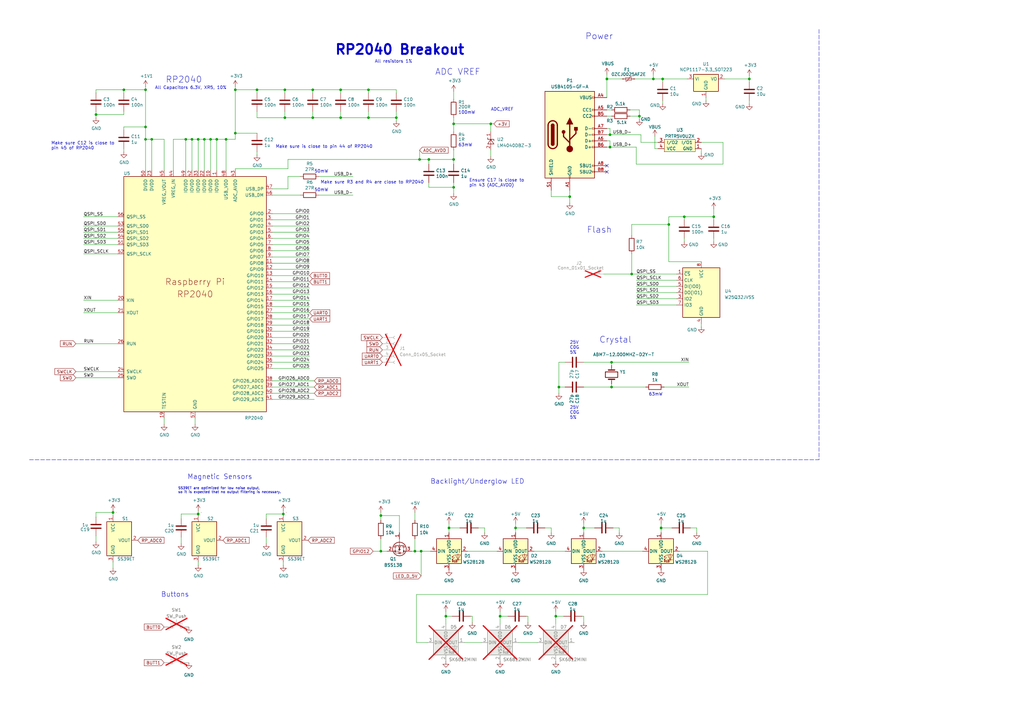
<source format=kicad_sch>
(kicad_sch (version 20230121) (generator eeschema)
  (paper "A3")
  (title_block (title "RP2040 Minimal Design Example") (date "2020-12-18") (rev "REV1") (company "Raspberry Pi (Trading) Ltd"))
  (junction (at 172.085 65.405))
  (junction (at 59.69 36.83))
  (junction (at 250.825 158.75))
  (junction (at 184.15 216.535))
  (junction (at 162.56 48.26))
  (junction (at 46.355 210.185))
  (junction (at 280.67 88.9))
  (junction (at 262.255 47.625))
  (junction (at 96.52 54.61))
  (junction (at 186.055 50.8))
  (junction (at 233.68 80.645))
  (junction (at 205.105 252.73))
  (junction (at 151.13 48.26))
  (junction (at 116.205 210.82))
  (junction (at 267.97 32.385))
  (junction (at 211.455 216.535))
  (junction (at 50.8 36.83))
  (junction (at 86.36 57.15))
  (junction (at 201.295 50.8))
  (junction (at 186.055 65.405))
  (junction (at 271.145 216.535))
  (junction (at 76.2 57.15))
  (junction (at 116.84 48.26))
  (junction (at 271.78 32.385))
  (junction (at 83.82 57.15))
  (junction (at 62.23 57.15))
  (junction (at 156.21 226.06))
  (junction (at 248.92 32.385))
  (junction (at 292.735 88.9))
  (junction (at 92.71 57.15))
  (junction (at 307.34 32.385))
  (junction (at 151.13 36.83))
  (junction (at 250.19 60.325))
  (junction (at 59.69 57.15))
  (junction (at 156.21 211.455))
  (junction (at 96.52 36.83))
  (junction (at 88.9 57.15))
  (junction (at 274.32 92.075))
  (junction (at 59.69 52.07))
  (junction (at 78.74 57.15))
  (junction (at 81.28 57.15))
  (junction (at 81.28 210.82))
  (junction (at 250.825 148.59))
  (junction (at 170.18 226.06))
  (junction (at 250.19 55.245))
  (junction (at 172.72 226.06))
  (junction (at 128.27 36.83))
  (junction (at 229.235 158.75))
  (junction (at 128.27 48.26))
  (junction (at 39.37 46.99))
  (junction (at 227.965 252.73))
  (junction (at 259.08 112.395))
  (junction (at 116.84 36.83))
  (junction (at 105.41 36.83))
  (junction (at 239.395 216.535))
  (junction (at 139.7 48.26))
  (junction (at 175.895 65.405))
  (junction (at 186.055 76.835))
  (junction (at 182.88 252.73))
  (junction (at 139.7 36.83))
  (no_connect (at 248.92 67.945))
  (no_connect (at 248.92 70.485))
  (wire (pts (xy 290.195 226.06) (xy 278.765 226.06)))
  (wire (pts (xy 34.29 100.33) (xy 48.26 100.33)))
  (wire (pts (xy 269.875 60.96) (xy 268.605 60.96)))
  (wire (pts (xy 92.71 69.85) (xy 92.71 57.15)))
  (wire (pts (xy 74.295 220.345) (xy 74.295 222.885)))
  (wire (pts (xy 116.205 210.82) (xy 109.22 210.82)))
  (wire (pts (xy 46.355 230.505) (xy 46.355 233.045)))
  (wire (pts (xy 191.77 226.06) (xy 203.835 226.06)))
  (wire (pts (xy 48.26 128.27) (xy 34.29 128.27)))
  (wire (pts (xy 59.69 36.83) (xy 59.69 52.07)))
  (wire (pts (xy 48.26 104.14) (xy 34.29 104.14)))
  (wire (pts (xy 281.94 32.385) (xy 271.78 32.385)))
  (wire (pts (xy 39.37 36.83) (xy 50.8 36.83)))
  (wire (pts (xy 170.18 226.06) (xy 172.72 226.06)))
  (wire (pts (xy 96.52 35.56) (xy 96.52 36.83)))
  (wire (pts (xy 239.395 216.535) (xy 243.84 216.535)))
  (wire (pts (xy 128.27 36.83) (xy 139.7 36.83)))
  (wire (pts (xy 250.825 157.48) (xy 250.825 158.75)))
  (wire (pts (xy 260.35 32.385) (xy 267.97 32.385)))
  (wire (pts (xy 50.8 60.96) (xy 50.8 62.23)))
  (wire (pts (xy 50.8 52.07) (xy 59.69 52.07)))
  (wire (pts (xy 292.735 90.17) (xy 292.735 88.9)))
  (wire (pts (xy 111.76 151.13) (xy 127 151.13)))
  (wire (pts (xy 111.76 140.97) (xy 127 140.97)))
  (wire (pts (xy 292.735 88.9) (xy 280.67 88.9)))
  (wire (pts (xy 239.395 148.59) (xy 250.825 148.59)))
  (wire (pts (xy 81.28 57.15) (xy 83.82 57.15)))
  (wire (pts (xy 139.7 45.72) (xy 139.7 48.26)))
  (wire (pts (xy 227.965 252.73) (xy 231.14 252.73)))
  (wire (pts (xy 205.105 252.73) (xy 205.105 250.825)))
  (wire (pts (xy 250.825 45.085) (xy 248.92 45.085)))
  (wire (pts (xy 105.41 36.83) (xy 116.84 36.83)))
  (wire (pts (xy 172.72 226.06) (xy 176.53 226.06)))
  (wire (pts (xy 274.32 92.075) (xy 274.32 88.9)))
  (wire (pts (xy 48.26 88.9) (xy 34.29 88.9)))
  (wire (pts (xy 170.18 210.185) (xy 170.18 213.36)))
  (wire (pts (xy 250.825 158.75) (xy 264.795 158.75)))
  (wire (pts (xy 186.055 74.93) (xy 186.055 76.835)))
  (wire (pts (xy 46.355 209.55) (xy 46.355 210.185)))
  (wire (pts (xy 118.11 69.215) (xy 118.11 65.405)))
  (wire (pts (xy 297.18 32.385) (xy 307.34 32.385)))
  (wire (pts (xy 34.29 123.19) (xy 48.26 123.19)))
  (wire (pts (xy 250.19 60.325) (xy 260.985 60.325)))
  (wire (pts (xy 271.145 216.535) (xy 275.59 216.535)))
  (wire (pts (xy 88.9 57.15) (xy 92.71 57.15)))
  (wire (pts (xy 186.055 50.8) (xy 201.295 50.8)))
  (wire (pts (xy 81.28 69.85) (xy 81.28 57.15)))
  (wire (pts (xy 156.21 226.06) (xy 158.75 226.06)))
  (wire (pts (xy 111.76 120.65) (xy 127 120.65)))
  (wire (pts (xy 184.15 216.535) (xy 184.15 218.44)))
  (wire (pts (xy 116.84 48.26) (xy 105.41 48.26)))
  (wire (pts (xy 59.69 57.15) (xy 59.69 69.85)))
  (wire (pts (xy 116.205 210.82) (xy 116.205 211.455)))
  (wire (pts (xy 111.76 138.43) (xy 127 138.43)))
  (wire (pts (xy 111.76 92.71) (xy 127 92.71)))
  (wire (pts (xy 172.72 236.22) (xy 172.72 226.06)))
  (wire (pts (xy 111.76 118.11) (xy 127 118.11)))
  (wire (pts (xy 250.19 55.245) (xy 262.89 55.245)))
  (wire (pts (xy 248.92 47.625) (xy 250.825 47.625)))
  (wire (pts (xy 262.89 58.42) (xy 262.89 55.245)))
  (wire (pts (xy 233.68 80.645) (xy 233.68 83.185)))
  (wire (pts (xy 267.97 32.385) (xy 271.78 32.385)))
  (wire (pts (xy 96.52 54.61) (xy 105.41 54.61)))
  (wire (pts (xy 182.88 252.73) (xy 185.42 252.73)))
  (wire (pts (xy 128.27 38.1) (xy 128.27 36.83)))
  (wire (pts (xy 250.19 52.705) (xy 250.19 55.245)))
  (wire (pts (xy 219.075 226.06) (xy 231.775 226.06)))
  (wire (pts (xy 76.2 69.85) (xy 76.2 57.15)))
  (polyline (pts (xy 335.915 12.065) (xy 335.915 188.595)) (stroke (width 0) (type dash)))
  (wire (pts (xy 116.84 45.72) (xy 116.84 48.26)))
  (wire (pts (xy 96.52 36.83) (xy 96.52 54.61)))
  (wire (pts (xy 81.28 209.55) (xy 81.28 210.82)))
  (wire (pts (xy 250.825 149.86) (xy 250.825 148.59)))
  (wire (pts (xy 231.775 158.75) (xy 229.235 158.75)))
  (wire (pts (xy 198.755 216.535) (xy 198.755 218.44)))
  (wire (pts (xy 156.21 210.185) (xy 156.21 211.455)))
  (wire (pts (xy 186.055 65.405) (xy 186.055 67.31)))
  (wire (pts (xy 287.655 132.715) (xy 287.655 133.985)))
  (wire (pts (xy 170.18 220.98) (xy 170.18 226.06)))
  (wire (pts (xy 105.41 38.1) (xy 105.41 36.83)))
  (wire (pts (xy 248.92 32.385) (xy 248.92 40.005)))
  (wire (pts (xy 62.23 69.85) (xy 62.23 57.15)))
  (wire (pts (xy 254 216.535) (xy 251.46 216.535)))
  (wire (pts (xy 109.22 220.345) (xy 109.22 222.885)))
  (wire (pts (xy 216.535 252.73) (xy 216.535 255.27)))
  (wire (pts (xy 92.71 57.15) (xy 96.52 57.15)))
  (wire (pts (xy 262.255 47.625) (xy 262.255 48.895)))
  (wire (pts (xy 168.91 226.06) (xy 170.18 226.06)))
  (wire (pts (xy 34.29 92.71) (xy 48.26 92.71)))
  (wire (pts (xy 184.15 214.63) (xy 184.15 216.535)))
  (wire (pts (xy 248.92 30.48) (xy 248.92 32.385)))
  (wire (pts (xy 267.97 30.48) (xy 267.97 32.385)))
  (wire (pts (xy 83.82 57.15) (xy 86.36 57.15)))
  (wire (pts (xy 111.76 87.63) (xy 127 87.63)))
  (wire (pts (xy 88.9 57.15) (xy 88.9 69.85)))
  (wire (pts (xy 111.76 107.95) (xy 127 107.95)))
  (wire (pts (xy 172.085 61.595) (xy 172.085 65.405)))
  (wire (pts (xy 307.34 41.275) (xy 307.34 42.545)))
  (wire (pts (xy 162.56 38.1) (xy 162.56 36.83)))
  (wire (pts (xy 170.815 243.84) (xy 290.195 243.84)))
  (wire (pts (xy 227.965 252.73) (xy 227.965 250.825)))
  (wire (pts (xy 130.81 80.01) (xy 144.78 80.01)))
  (wire (pts (xy 247.65 112.395) (xy 259.08 112.395)))
  (wire (pts (xy 111.76 133.35) (xy 127 133.35)))
  (wire (pts (xy 271.78 41.275) (xy 271.78 42.545)))
  (wire (pts (xy 269.875 58.42) (xy 262.89 58.42)))
  (wire (pts (xy 111.76 105.41) (xy 127 105.41)))
  (wire (pts (xy 81.28 210.82) (xy 74.295 210.82)))
  (wire (pts (xy 34.29 95.25) (xy 48.26 95.25)))
  (wire (pts (xy 151.13 38.1) (xy 151.13 36.83)))
  (wire (pts (xy 250.19 60.325) (xy 250.19 57.785)))
  (wire (pts (xy 118.11 72.39) (xy 123.19 72.39)))
  (wire (pts (xy 67.31 69.85) (xy 67.31 57.15)))
  (wire (pts (xy 151.13 45.72) (xy 151.13 48.26)))
  (wire (pts (xy 111.76 130.81) (xy 127 130.81)))
  (wire (pts (xy 80.01 171.45) (xy 80.01 173.99)))
  (wire (pts (xy 111.76 128.27) (xy 127 128.27)))
  (wire (pts (xy 259.08 104.14) (xy 259.08 112.395)))
  (wire (pts (xy 201.295 50.8) (xy 201.295 53.975)))
  (wire (pts (xy 39.37 46.99) (xy 39.37 48.26)))
  (wire (pts (xy 280.67 88.9) (xy 274.32 88.9)))
  (wire (pts (xy 186.055 61.595) (xy 186.055 65.405)))
  (wire (pts (xy 229.235 148.59) (xy 229.235 158.75)))
  (wire (pts (xy 31.115 140.97) (xy 48.26 140.97)))
  (wire (pts (xy 39.37 46.99) (xy 50.8 46.99)))
  (wire (pts (xy 287.655 60.96) (xy 287.655 62.865)))
  (wire (pts (xy 111.76 125.73) (xy 127 125.73)))
  (polyline (pts (xy 12.065 188.595) (xy 335.915 188.595)) (stroke (width 0) (type dash)))
  (wire (pts (xy 111.76 115.57) (xy 127 115.57)))
  (wire (pts (xy 78.74 57.15) (xy 81.28 57.15)))
  (wire (pts (xy 285.75 216.535) (xy 283.21 216.535)))
  (wire (pts (xy 227.965 255.905) (xy 227.965 252.73)))
  (wire (pts (xy 39.37 219.71) (xy 39.37 222.25)))
  (wire (pts (xy 151.13 48.26) (xy 162.56 48.26)))
  (wire (pts (xy 268.605 60.96) (xy 268.605 55.88)))
  (wire (pts (xy 31.115 152.4) (xy 48.26 152.4)))
  (wire (pts (xy 212.725 263.525) (xy 220.345 263.525)))
  (wire (pts (xy 163.83 211.455) (xy 156.21 211.455)))
  (wire (pts (xy 277.495 117.475) (xy 260.985 117.475)))
  (wire (pts (xy 211.455 214.63) (xy 211.455 216.535)))
  (wire (pts (xy 105.41 45.72) (xy 105.41 48.26)))
  (wire (pts (xy 71.12 57.15) (xy 76.2 57.15)))
  (wire (pts (xy 198.755 216.535) (xy 196.215 216.535)))
  (wire (pts (xy 205.105 252.73) (xy 208.28 252.73)))
  (wire (pts (xy 262.255 45.085) (xy 262.255 47.625)))
  (wire (pts (xy 74.295 210.82) (xy 74.295 212.725)))
  (wire (pts (xy 175.895 65.405) (xy 186.055 65.405)))
  (wire (pts (xy 193.675 252.73) (xy 193.675 255.27)))
  (wire (pts (xy 239.395 158.75) (xy 250.825 158.75)))
  (wire (pts (xy 215.9 252.73) (xy 216.535 252.73)))
  (wire (pts (xy 151.13 36.83) (xy 162.56 36.83)))
  (wire (pts (xy 231.775 148.59) (xy 229.235 148.59)))
  (wire (pts (xy 186.055 48.26) (xy 186.055 50.8)))
  (wire (pts (xy 130.81 72.39) (xy 144.78 72.39)))
  (wire (pts (xy 280.67 90.17) (xy 280.67 88.9)))
  (wire (pts (xy 307.34 32.385) (xy 307.34 31.115)))
  (wire (pts (xy 292.735 85.725) (xy 292.735 88.9)))
  (wire (pts (xy 111.76 156.21) (xy 128.905 156.21)))
  (wire (pts (xy 170.815 263.525) (xy 175.26 263.525)))
  (wire (pts (xy 260.985 125.095) (xy 277.495 125.095)))
  (wire (pts (xy 111.76 100.33) (xy 127 100.33)))
  (wire (pts (xy 59.69 35.56) (xy 59.69 36.83)))
  (wire (pts (xy 170.815 243.84) (xy 170.815 263.525)))
  (wire (pts (xy 46.355 210.185) (xy 46.355 211.455)))
  (wire (pts (xy 96.52 69.215) (xy 96.52 69.85)))
  (wire (pts (xy 139.7 48.26) (xy 128.27 48.26)))
  (wire (pts (xy 153.035 226.06) (xy 156.21 226.06)))
  (wire (pts (xy 111.76 163.83) (xy 128.905 163.83)))
  (wire (pts (xy 111.76 158.75) (xy 128.905 158.75)))
  (wire (pts (xy 175.895 65.405) (xy 175.895 67.31)))
  (wire (pts (xy 111.76 113.03) (xy 127 113.03)))
  (wire (pts (xy 39.37 45.72) (xy 39.37 46.99)))
  (wire (pts (xy 163.83 218.44) (xy 163.83 211.455)))
  (wire (pts (xy 229.235 158.75) (xy 229.235 161.29)))
  (wire (pts (xy 116.205 209.55) (xy 116.205 210.82)))
  (wire (pts (xy 186.055 37.465) (xy 186.055 40.64)))
  (wire (pts (xy 105.41 63.5) (xy 105.41 62.23)))
  (wire (pts (xy 205.105 255.905) (xy 205.105 252.73)))
  (wire (pts (xy 239.395 252.73) (xy 239.395 255.27)))
  (wire (pts (xy 239.395 216.535) (xy 239.395 218.44)))
  (wire (pts (xy 307.34 33.655) (xy 307.34 32.385)))
  (wire (pts (xy 111.76 97.79) (xy 127 97.79)))
  (wire (pts (xy 186.055 50.8) (xy 186.055 53.975)))
  (wire (pts (xy 260.985 122.555) (xy 277.495 122.555)))
  (wire (pts (xy 31.115 154.94) (xy 48.26 154.94)))
  (wire (pts (xy 111.76 161.29) (xy 128.905 161.29)))
  (wire (pts (xy 39.37 38.1) (xy 39.37 36.83)))
  (wire (pts (xy 271.78 33.655) (xy 271.78 32.385)))
  (wire (pts (xy 184.15 216.535) (xy 188.595 216.535)))
  (wire (pts (xy 86.36 69.85) (xy 86.36 57.15)))
  (wire (pts (xy 111.76 90.17) (xy 127 90.17)))
  (wire (pts (xy 239.395 214.63) (xy 239.395 216.535)))
  (wire (pts (xy 59.69 52.07) (xy 59.69 57.15)))
  (wire (pts (xy 271.145 216.535) (xy 271.145 218.44)))
  (wire (pts (xy 50.8 36.83) (xy 59.69 36.83)))
  (wire (pts (xy 211.455 216.535) (xy 215.9 216.535)))
  (wire (pts (xy 226.06 78.105) (xy 226.06 80.645)))
  (wire (pts (xy 116.84 36.83) (xy 128.27 36.83)))
  (wire (pts (xy 233.68 78.105) (xy 233.68 80.645)))
  (wire (pts (xy 287.655 58.42) (xy 296.545 58.42)))
  (wire (pts (xy 226.06 80.645) (xy 233.68 80.645)))
  (wire (pts (xy 118.11 72.39) (xy 118.11 77.47)))
  (wire (pts (xy 247.015 226.06) (xy 263.525 226.06)))
  (wire (pts (xy 162.56 48.26) (xy 162.56 49.53)))
  (wire (pts (xy 96.52 54.61) (xy 96.52 57.15)))
  (wire (pts (xy 248.92 32.385) (xy 255.27 32.385)))
  (wire (pts (xy 111.76 110.49) (xy 127 110.49)))
  (wire (pts (xy 258.445 47.625) (xy 262.255 47.625)))
  (wire (pts (xy 182.88 252.73) (xy 182.88 250.825)))
  (wire (pts (xy 118.11 65.405) (xy 172.085 65.405)))
  (wire (pts (xy 111.76 80.01) (xy 123.19 80.01)))
  (wire (pts (xy 67.31 57.15) (xy 62.23 57.15)))
  (wire (pts (xy 274.32 92.075) (xy 274.32 107.315)))
  (wire (pts (xy 274.32 107.315) (xy 287.655 107.315)))
  (wire (pts (xy 250.825 148.59) (xy 282.575 148.59)))
  (wire (pts (xy 78.74 69.85) (xy 78.74 57.15)))
  (wire (pts (xy 67.31 171.45) (xy 67.31 173.99)))
  (wire (pts (xy 111.76 77.47) (xy 118.11 77.47)))
  (wire (pts (xy 81.28 231.775) (xy 81.28 230.505)))
  (wire (pts (xy 162.56 45.72) (xy 162.56 48.26)))
  (wire (pts (xy 248.92 52.705) (xy 250.19 52.705)))
  (wire (pts (xy 139.7 38.1) (xy 139.7 36.83)))
  (wire (pts (xy 116.84 38.1) (xy 116.84 36.83)))
  (wire (pts (xy 111.76 123.19) (xy 127 123.19)))
  (wire (pts (xy 211.455 216.535) (xy 211.455 218.44)))
  (wire (pts (xy 111.76 146.05) (xy 127 146.05)))
  (wire (pts (xy 260.985 114.935) (xy 277.495 114.935)))
  (wire (pts (xy 111.76 102.87) (xy 127 102.87)))
  (wire (pts (xy 128.27 45.72) (xy 128.27 48.26)))
  (wire (pts (xy 290.195 226.06) (xy 290.195 243.84)))
  (wire (pts (xy 296.545 58.42) (xy 296.545 67.31)))
  (wire (pts (xy 50.8 38.1) (xy 50.8 36.83)))
  (wire (pts (xy 172.085 65.405) (xy 175.895 65.405)))
  (wire (pts (xy 156.21 211.455) (xy 156.21 213.36)))
  (wire (pts (xy 34.29 97.79) (xy 48.26 97.79)))
  (wire (pts (xy 272.415 158.75) (xy 282.575 158.75)))
  (wire (pts (xy 111.76 95.25) (xy 127 95.25)))
  (wire (pts (xy 175.895 74.93) (xy 175.895 76.835)))
  (wire (pts (xy 111.76 135.89) (xy 127 135.89)))
  (wire (pts (xy 182.88 255.905) (xy 182.88 252.73)))
  (wire (pts (xy 62.23 57.15) (xy 59.69 57.15)))
  (wire (pts (xy 156.21 220.98) (xy 156.21 226.06)))
  (wire (pts (xy 259.08 92.075) (xy 259.08 96.52)))
  (wire (pts (xy 259.08 112.395) (xy 277.495 112.395)))
  (wire (pts (xy 111.76 148.59) (xy 127 148.59)))
  (wire (pts (xy 248.92 57.785) (xy 250.19 57.785)))
  (wire (pts (xy 296.545 67.31) (xy 260.985 67.31)))
  (wire (pts (xy 260.985 67.31) (xy 260.985 60.325)))
  (wire (pts (xy 96.52 69.215) (xy 118.11 69.215)))
  (wire (pts (xy 280.67 97.79) (xy 280.67 99.06)))
  (wire (pts (xy 39.37 210.185) (xy 39.37 212.09)))
  (wire (pts (xy 71.12 69.85) (xy 71.12 57.15)))
  (wire (pts (xy 226.06 216.535) (xy 226.06 218.44)))
  (wire (pts (xy 248.92 55.245) (xy 250.19 55.245)))
  (wire (pts (xy 190.5 263.525) (xy 197.485 263.525)))
  (wire (pts (xy 285.75 216.535) (xy 285.75 218.44)))
  (wire (pts (xy 76.2 57.15) (xy 78.74 57.15)))
  (wire (pts (xy 259.08 92.075) (xy 274.32 92.075)))
  (wire (pts (xy 81.28 210.82) (xy 81.28 211.455)))
  (wire (pts (xy 83.82 69.85) (xy 83.82 57.15)))
  (wire (pts (xy 186.055 76.835) (xy 186.055 79.375)))
  (wire (pts (xy 46.355 210.185) (xy 39.37 210.185)))
  (wire (pts (xy 116.205 231.775) (xy 116.205 230.505)))
  (wire (pts (xy 277.495 120.015) (xy 260.985 120.015)))
  (wire (pts (xy 262.255 45.085) (xy 258.445 45.085)))
  (wire (pts (xy 289.56 40.005) (xy 289.56 41.275)))
  (wire (pts (xy 226.06 216.535) (xy 223.52 216.535)))
  (wire (pts (xy 254 216.535) (xy 254 218.44)))
  (wire (pts (xy 50.8 46.99) (xy 50.8 45.72)))
  (wire (pts (xy 128.27 48.26) (xy 116.84 48.26)))
  (wire (pts (xy 50.8 53.34) (xy 50.8 52.07)))
  (wire (pts (xy 139.7 48.26) (xy 151.13 48.26)))
  (wire (pts (xy 201.295 50.8) (xy 202.565 50.8)))
  (wire (pts (xy 139.7 36.83) (xy 151.13 36.83)))
  (wire (pts (xy 248.92 60.325) (xy 250.19 60.325)))
  (wire (pts (xy 201.295 61.595) (xy 201.295 64.135)))
  (wire (pts (xy 271.145 214.63) (xy 271.145 216.535)))
  (wire (pts (xy 111.76 143.51) (xy 127 143.51)))
  (wire (pts (xy 86.36 57.15) (xy 88.9 57.15)))
  (wire (pts (xy 109.22 210.82) (xy 109.22 212.725)))
  (wire (pts (xy 292.735 97.79) (xy 292.735 99.06)))
  (wire (pts (xy 238.76 252.73) (xy 239.395 252.73)))
  (wire (pts (xy 175.895 76.835) (xy 186.055 76.835)))
  (wire (pts (xy 193.675 252.73) (xy 193.04 252.73)))
  (wire (pts (xy 96.52 36.83) (xy 105.41 36.83)))
  (image (at 152.4 -170.815) (scale 5.52324))
  (image (at -136.525 45.085) (scale 2.69118))
  (text "RP2040 Breakout\n" (at 137.16 22.86 0) (effects (font (size 4 4) (thickness 0.8) bold) (justify left bottom)))
  (text "All Capacitors 6.3V, XR5, 10%" (at 63.5 36.83 0) (effects (font (size 1.27 1.27)) (justify left bottom)))
  (text "Make sure C12 is close to \npin 45 of RP2040" (at 20.955 61.595 0) (effects (font (size 1.27 1.27)) (justify left bottom)))
  (text "ADC VREF" (at 178.435 31.115 0) (effects (font (size 2.54 2.54)) (justify left bottom)))
  (text "63mW" (at 266.065 162.56 0) (effects (font (size 1.27 1.27)) (justify left bottom)))
  (text "25V\nC0G\n5%" (at 233.68 145.415 0) (effects (font (size 1.27 1.27)) (justify left bottom)))
  (text "ADC_VREF" (at 201.295 45.72 0) (effects (font (size 1.27 1.27)) (justify left bottom)))
  (text "Make sure R3 and R4 are close to RP2040" (at 131.445 75.565 0) (effects (font (size 1.27 1.27)) (justify left bottom)))
  (text "Magnetic Sensors" (at 76.835 196.85 0) (effects (font (size 2 2)) (justify left bottom)))
  (text "Backlight/Underglow LED" (at 176.53 198.755 0) (effects (font (size 2 2)) (justify left bottom)))
  (text "63mW" (at 187.96 60.325 0) (effects (font (size 1.27 1.27)) (justify left bottom)))
  (text "RP2040" (at 67.945 34.29 0) (effects (font (size 2.54 2.54)) (justify left bottom)))
  (text "SS39ET are optimized for low noise output, \nso it is expected that no output filtering is necessary." (at 73.025 202.565 0) (effects (font (size 1 1)) (justify left bottom)))
  (text "Power" (at 240.03 16.51 0) (effects (font (size 2.54 2.54)) (justify left bottom)))
  (text "Buttons" (at 66.04 245.11 0) (effects (font (size 2 2)) (justify left bottom)))
  (text "Crystal" (at 245.745 140.97 0) (effects (font (size 2.54 2.54)) (justify left bottom)))
  (text "Make sure is close to pin 44 of RP2040" (at 113.03 60.96 0) (effects (font (size 1.27 1.27)) (justify left bottom)))
  (text "All resistors 1%" (at 153.67 26.035 0) (effects (font (size 1.27 1.27)) (justify left bottom)))
  (text "50mW" (at 128.905 71.12 0) (effects (font (size 1.27 1.27)) (justify left bottom)))
  (text "25V\nC0G\n5%" (at 233.68 172.085 0) (effects (font (size 1.27 1.27)) (justify left bottom)))
  (text "50mW" (at 128.905 78.74 0) (effects (font (size 1.27 1.27)) (justify left bottom)))
  (text "Flash" (at 240.665 95.885 0) (effects (font (size 2.54 2.54)) (justify left bottom)))
  (text "Ensure C17 is close to \npin 43 (ADC_AVDD)" (at 192.405 76.835 0) (effects (font (size 1.27 1.27)) (justify left bottom)))
  (text "100mW" (at 187.96 46.99 0) (effects (font (size 1.27 1.27)) (justify left bottom)))
  (label "GPIO3" (at 127 95.25 180))
  (label "QSPI_SCLK" (at 260.985 114.935 0))
  (label "QSPI_SD2" (at 260.985 122.555 0))
  (label "GPIO22" (at 127 143.51 180))
  (label "QSPI_SD0" (at 260.985 117.475 0))
  (label "GPIO0" (at 127 87.63 180))
  (label "QSPI_SD3" (at 34.29 100.33 0))
  (label "GPIO15" (at 127 125.73 180))
  (label "GPIO2" (at 127 92.71 180))
  (label "GPIO19" (at 127 135.89 180))
  (label "XOUT" (at 34.29 128.27 0))
  (label "GPIO6" (at 127 102.87 180))
  (label "QSPI_SD1" (at 260.985 120.015 0))
  (label "QSPI_SD0" (at 34.29 92.71 0))
  (label "GPIO23" (at 127 146.05 180))
  (label "GPIO28_ADC2" (at 127 161.29 180))
  (label "GPIO17" (at 127 130.81 180))
  (label "XIN" (at 34.29 123.19 0))
  (label "USB_D+" (at 259.08 60.325 180))
  (label "USB_D+" (at 144.78 72.39 180))
  (label "USB_D-" (at 144.78 80.01 180))
  (label "SWD" (at 34.29 154.94 0))
  (label "GPIO13" (at 127 120.65 180))
  (label "GPIO5" (at 127 100.33 180))
  (label "GPIO29_ADC3" (at 127 163.83 180))
  (label "GPIO24" (at 127 148.59 180))
  (label "GPIO21" (at 127 140.97 180))
  (label "QSPI_SD3" (at 260.985 125.095 0))
  (label "GPIO10" (at 127 113.03 180))
  (label "GPIO1" (at 127 90.17 180))
  (label "RUN" (at 34.29 140.97 0))
  (label "SWCLK" (at 34.29 152.4 0))
  (label "GPIO9" (at 127 110.49 180))
  (label "XIN" (at 282.575 148.59 180))
  (label "GPIO16" (at 127 128.27 180))
  (label "GPIO20" (at 127 138.43 180))
  (label "GPIO4" (at 127 97.79 180))
  (label "GPIO8" (at 127 107.95 180))
  (label "QSPI_SD1" (at 34.29 95.25 0))
  (label "GPIO18" (at 127 133.35 180))
  (label "GPIO25" (at 127 151.13 180))
  (label "XOUT" (at 282.575 158.75 180))
  (label "GPIO12" (at 127 118.11 180))
  (label "QSPI_SCLK" (at 34.29 104.14 0))
  (label "GPIO26_ADC0" (at 127 156.21 180))
  (label "USB_D-" (at 259.08 55.245 180))
  (label "QSPI_SS" (at 34.29 88.9 0))
  (label "GPIO14" (at 127 123.19 180))
  (label "GPIO7" (at 127 105.41 180))
  (label "GPIO11" (at 127 115.57 180))
  (label "GPIO27_ADC1" (at 127 158.75 180))
  (label "QSPI_SS" (at 260.985 112.395 0))
  (label "QSPI_SD2" (at 34.29 97.79 0))
  (global_label "+3V" (shape input) (at 202.565 50.8 0) (property "Intersheetrefs" "${INTERSHEET_REFS}" (effects hide)))
  (global_label "RP_ADC0" (shape input) (at 56.515 221.615 0) (property "Intersheetrefs" "${INTERSHEET_REFS}" (effects hide)))
  (global_label "RUN" (shape input) (at 156.845 143.51 180) (property "Intersheetrefs" "${INTERSHEET_REFS}" (effects hide)))
  (global_label "UART1" (shape input) (at 156.845 148.59 180) (property "Intersheetrefs" "${INTERSHEET_REFS}" (effects hide)))
  (global_label "RP_ADC1" (shape input) (at 128.905 158.75 0) (property "Intersheetrefs" "${INTERSHEET_REFS}" (effects hide)))
  (global_label "RP_ADC0" (shape input) (at 128.905 156.21 0) (property "Intersheetrefs" "${INTERSHEET_REFS}" (effects hide)))
  (global_label "SWCLK" (shape input) (at 156.845 138.43 180) (property "Intersheetrefs" "${INTERSHEET_REFS}" (effects hide)))
  (global_label "RP_ADC2" (shape input) (at 126.365 221.615 0) (property "Intersheetrefs" "${INTERSHEET_REFS}" (effects hide)))
  (global_label "ADC_AVDD" (shape input) (at 172.085 61.595 0) (property "Intersheetrefs" "${INTERSHEET_REFS}" (effects hide)))
  (global_label "BUTT0" (shape input) (at 127 113.03 0) (property "Intersheetrefs" "${INTERSHEET_REFS}" (effects hide)))
  (global_label "GPIO12" (shape input) (at 153.035 226.06 180) (property "Intersheetrefs" "${INTERSHEET_REFS}" (effects hide)))
  (global_label "BUTT0" (shape input) (at 67.31 257.175 180) (property "Intersheetrefs" "${INTERSHEET_REFS}" (effects hide)))
  (global_label "RP_ADC1" (shape input) (at 91.44 221.615 0) (property "Intersheetrefs" "${INTERSHEET_REFS}" (effects hide)))
  (global_label "LED_D_5V" (shape input) (at 172.72 236.22 180) (property "Intersheetrefs" "${INTERSHEET_REFS}" (effects hide)))
  (global_label "RP_ADC2" (shape input) (at 128.905 161.29 0) (property "Intersheetrefs" "${INTERSHEET_REFS}" (effects hide)))
  (global_label "BUTT1" (shape input) (at 127 115.57 0) (property "Intersheetrefs" "${INTERSHEET_REFS}" (effects hide)))
  (global_label "BUTT1" (shape input) (at 67.31 271.78 180) (property "Intersheetrefs" "${INTERSHEET_REFS}" (effects hide)))
  (global_label "UART1" (shape input) (at 127 130.81 0) (property "Intersheetrefs" "${INTERSHEET_REFS}" (effects hide)))
  (global_label "SWD" (shape input) (at 156.845 140.97 180) (property "Intersheetrefs" "${INTERSHEET_REFS}" (effects hide)))
  (global_label "SWD" (shape input) (at 31.115 154.94 180) (property "Intersheetrefs" "${INTERSHEET_REFS}" (effects hide)))
  (global_label "UART0" (shape input) (at 127 128.27 0) (property "Intersheetrefs" "${INTERSHEET_REFS}" (effects hide)))
  (global_label "SWCLK" (shape input) (at 31.115 152.4 180) (property "Intersheetrefs" "${INTERSHEET_REFS}" (effects hide)))
  (global_label "RUN" (shape input) (at 31.115 140.97 180) (property "Intersheetrefs" "${INTERSHEET_REFS}" (effects hide)))
  (global_label "UART0" (shape input) (at 156.845 146.05 180) (property "Intersheetrefs" "${INTERSHEET_REFS}" (effects hide)))
  (symbol (lib_id "MCU_RaspberryPi_RP2040:RP2040") (at 80.01 120.65 0) (unit 1)
    (property "Reference" "U5" (at 52.07 71.12 0))
    (property "Value" "RP2040" (at 104.14 171.45 0))
    (property "Footprint" "RP2040_minimal:RP2040-QFN-56" (effects hide))
  )
  (symbol (lib_id "Device:C") (at 235.585 148.59 270) (unit 1)
    (property "Reference" "C17" (at 236.7534 151.511 0) (effects (justify left)))
    (property "Value" "27p" (at 234.442 151.511 0) (effects (justify left)))
    (property "Footprint" "Capacitor_SMD:C_0402_1005Metric" (effects hide))
  )
  (symbol (lib_id "Device:C") (at 235.585 158.75 270) (unit 1)
    (property "Reference" "C18" (at 236.7534 161.671 0) (effects (justify left)))
    (property "Value" "27p" (at 234.442 161.671 0) (effects (justify left)))
    (property "Footprint" "Capacitor_SMD:C_0402_1005Metric" (effects hide))
  )
  (symbol (lib_id "power:GND") (at 229.235 161.29 0) (unit 1)
    (property "Reference" "#PWR024" (effects hide))
    (property "Value" "GND" (at 229.362 165.6842 0))
  )
  (symbol (lib_id "power:+3V3") (at 292.735 85.725 0) (unit 1)
    (property "Reference" "#PWR020" (effects hide))
    (property "Value" "+3V3" (at 293.116 81.3308 0))
  )
  (symbol (lib_id "power:GND") (at 287.655 133.985 0) (unit 1)
    (property "Reference" "#PWR023" (effects hide))
    (property "Value" "GND" (at 283.845 135.255 0))
  )
  (symbol (lib_id "Device:R") (at 259.08 100.33 0) (unit 1)
    (property "Reference" "R7" (at 260.858 99.1616 0) (effects (justify left)))
    (property "Value" "10k" (at 260.858 101.473 0) (effects (justify left)))
    (property "Footprint" "Capacitor_SMD:C_0402_1005Metric" (effects hide))
  )
  (symbol (lib_id "Device:C") (at 280.67 93.98 0) (unit 1)
    (property "Reference" "C15" (at 283.591 92.8116 0) (effects (justify left)))
    (property "Value" "100n" (at 283.591 95.123 0) (effects (justify left)))
    (property "Footprint" "Capacitor_SMD:C_0402_1005Metric" (effects hide))
  )
  (symbol (lib_id "power:GND") (at 280.67 99.06 0) (unit 1)
    (property "Reference" "#PWR021" (effects hide))
    (property "Value" "GND" (at 284.48 100.33 0))
  )
  (symbol (lib_id "power:GND") (at 80.01 173.99 0) (unit 1)
    (property "Reference" "#PWR026" (effects hide))
    (property "Value" "GND" (at 80.137 178.3842 0))
  )
  (symbol (lib_id "power:GND") (at 67.31 173.99 0) (unit 1)
    (property "Reference" "#PWR025" (effects hide))
    (property "Value" "GND" (at 67.437 178.3842 0))
  )
  (symbol (lib_id "Device:R") (at 127 72.39 270) (unit 1)
    (property "Reference" "R5" (at 127 67.1322 90))
    (property "Value" "27R" (at 127 69.4436 90))
    (property "Footprint" "Capacitor_SMD:C_0402_1005Metric" (effects hide))
  )
  (symbol (lib_id "Device:R") (at 127 80.01 270) (unit 1)
    (property "Reference" "R6" (at 127 74.7522 90))
    (property "Value" "27R" (at 127 77.0636 90))
    (property "Footprint" "Capacitor_SMD:C_0402_1005Metric" (effects hide))
  )
  (symbol (lib_id "power:GND") (at 233.68 83.185 0) (unit 1)
    (property "Reference" "#PWR019" (effects hide))
    (property "Value" "GND" (at 233.807 87.5792 0))
  )
  (symbol (lib_id "power:+3V3") (at 96.52 35.56 0) (unit 1)
    (property "Reference" "#PWR05" (effects hide))
    (property "Value" "+3V3" (at 96.901 31.1658 0))
  )
  (symbol (lib_id "power:+1V1") (at 59.69 35.56 0) (unit 1)
    (property "Reference" "#PWR04" (effects hide))
    (property "Value" "+1V1" (at 60.071 31.1658 0))
  )
  (symbol (lib_id "Device:C") (at 105.41 41.91 0) (unit 1)
    (property "Reference" "C5" (at 108.331 40.7416 0) (effects (justify left)))
    (property "Value" "100n" (at 108.331 43.053 0) (effects (justify left)))
    (property "Footprint" "Capacitor_SMD:C_0402_1005Metric" (effects hide))
  )
  (symbol (lib_id "Device:C") (at 116.84 41.91 0) (unit 1)
    (property "Reference" "C6" (at 119.761 40.7416 0) (effects (justify left)))
    (property "Value" "100n" (at 119.761 43.053 0) (effects (justify left)))
    (property "Footprint" "Capacitor_SMD:C_0402_1005Metric" (effects hide))
  )
  (symbol (lib_id "Device:C") (at 128.27 41.91 0) (unit 1)
    (property "Reference" "C7" (at 131.191 40.7416 0) (effects (justify left)))
    (property "Value" "100n" (at 131.191 43.053 0) (effects (justify left)))
    (property "Footprint" "Capacitor_SMD:C_0402_1005Metric" (effects hide))
  )
  (symbol (lib_id "Device:C") (at 139.7 41.91 0) (unit 1)
    (property "Reference" "C8" (at 142.621 40.7416 0) (effects (justify left)))
    (property "Value" "100n" (at 142.621 43.053 0) (effects (justify left)))
    (property "Footprint" "Capacitor_SMD:C_0402_1005Metric" (effects hide))
  )
  (symbol (lib_id "Device:C") (at 151.13 41.91 0) (unit 1)
    (property "Reference" "C9" (at 154.051 40.7416 0) (effects (justify left)))
    (property "Value" "100n" (at 154.051 43.053 0) (effects (justify left)))
    (property "Footprint" "Capacitor_SMD:C_0402_1005Metric" (effects hide))
  )
  (symbol (lib_id "Device:C") (at 162.56 41.91 0) (unit 1)
    (property "Reference" "C10" (at 165.481 40.7416 0) (effects (justify left)))
    (property "Value" "100n" (at 165.481 43.053 0) (effects (justify left)))
    (property "Footprint" "Capacitor_SMD:C_0402_1005Metric" (effects hide))
  )
  (symbol (lib_id "Device:C") (at 39.37 41.91 0) (unit 1)
    (property "Reference" "C3" (at 42.291 40.7416 0) (effects (justify left)))
    (property "Value" "100n" (at 42.291 43.053 0) (effects (justify left)))
    (property "Footprint" "Capacitor_SMD:C_0402_1005Metric" (effects hide))
  )
  (symbol (lib_id "Device:C") (at 50.8 41.91 0) (unit 1)
    (property "Reference" "C4" (at 53.721 40.7416 0) (effects (justify left)))
    (property "Value" "100n" (at 53.721 43.053 0) (effects (justify left)))
    (property "Footprint" "Capacitor_SMD:C_0402_1005Metric" (effects hide))
  )
  (symbol (lib_id "Device:C") (at 50.8 57.15 0) (unit 1)
    (property "Reference" "C11" (at 53.721 55.9816 0) (effects (justify left)))
    (property "Value" "1u" (at 53.721 58.293 0) (effects (justify left)))
    (property "Footprint" "Capacitor_SMD:C_0402_1005Metric" (effects hide))
  )
  (symbol (lib_id "Device:C") (at 105.41 58.42 0) (unit 1)
    (property "Reference" "C12" (at 108.331 57.2516 0) (effects (justify left)))
    (property "Value" "1u" (at 108.331 59.563 0) (effects (justify left)))
    (property "Footprint" "Capacitor_SMD:C_0402_1005Metric" (effects hide))
  )
  (symbol (lib_id "power:GND") (at 162.56 49.53 0) (unit 1)
    (property "Reference" "#PWR012" (effects hide))
    (property "Value" "GND" (at 162.687 53.9242 0))
  )
  (symbol (lib_id "power:GND") (at 39.37 48.26 0) (unit 1)
    (property "Reference" "#PWR010" (effects hide))
    (property "Value" "GND" (at 39.497 52.6542 0))
  )
  (symbol (lib_id "power:GND") (at 50.8 62.23 0) (unit 1)
    (property "Reference" "#PWR014" (effects hide))
    (property "Value" "GND" (at 50.927 66.6242 0))
  )
  (symbol (lib_id "power:GND") (at 105.41 63.5 0) (unit 1)
    (property "Reference" "#PWR016" (effects hide))
    (property "Value" "GND" (at 105.537 67.8942 0))
  )
  (symbol (lib_id "Regulator_Linear:NCP1117-3.3_SOT223") (at 289.56 32.385 0) (unit 1)
    (property "Reference" "U1" (at 289.56 26.2382 0))
    (property "Value" "NCP1117-3.3_SOT223" (at 289.56 28.5496 0))
    (property "Footprint" "Package_TO_SOT_SMD:SOT-223-3_TabPin2" (effects hide))
    (property "Datasheet" "http://www.onsemi.com/pub_link/Collateral/NCP1117-D.PDF" (effects hide))
  )
  (symbol (lib_id "power:GND") (at 289.56 41.275 0) (unit 1)
    (property "Reference" "#PWR07" (effects hide))
    (property "Value" "GND" (at 285.75 42.545 0))
  )
  (symbol (lib_id "power:+3V3") (at 307.34 31.115 0) (unit 1)
    (property "Reference" "#PWR03" (effects hide))
    (property "Value" "+3V3" (at 307.721 26.7208 0))
  )
  (symbol (lib_id "Device:C") (at 271.78 37.465 0) (unit 1)
    (property "Reference" "C1" (at 274.701 36.2966 0) (effects (justify left)))
    (property "Value" "10u" (at 274.701 38.608 0) (effects (justify left)))
    (property "Footprint" "Capacitor_SMD:C_0805_2012Metric" (effects hide))
  )
  (symbol (lib_id "Device:C") (at 307.34 37.465 0) (unit 1)
    (property "Reference" "C2" (at 310.261 36.2966 0) (effects (justify left)))
    (property "Value" "10u" (at 310.261 38.608 0) (effects (justify left)))
    (property "Footprint" "Capacitor_SMD:C_0805_2012Metric" (effects hide))
  )
  (symbol (lib_id "power:GND") (at 271.78 42.545 0) (unit 1)
    (property "Reference" "#PWR08" (effects hide))
    (property "Value" "GND" (at 268.605 43.18 0))
  )
  (symbol (lib_id "power:GND") (at 307.34 42.545 0) (unit 1)
    (property "Reference" "#PWR09" (effects hide))
    (property "Value" "GND" (at 303.53 43.815 0))
  )
  (symbol (lib_id "Device:R") (at 268.605 158.75 270) (unit 1)
    (property "Reference" "R8" (at 268.605 153.4922 90))
    (property "Value" "1k" (at 268.605 155.8036 90))
    (property "Footprint" "Capacitor_SMD:C_0402_1005Metric" (effects hide))
  )
  (symbol (lib_id "Device:Crystal") (at 250.825 153.67 270) (unit 1)
    (property "Reference" "Y1" (at 254.1524 152.5016 90) (effects (justify left)))
    (property "Value" "ABM7-12.000MHZ-D2Y-T" (at 243.205 145.415 90) (effects (justify left)))
    (property "Footprint" "Crystal:Crystal_SMD_Abracon_ABM7-2Pin_6.0x3.5mm" (effects hide))
  )
  (symbol (lib_id "power:GND") (at 262.255 48.895 0) (unit 1)
    (property "Reference" "#PWR011" (effects hide))
    (property "Value" "GND" (at 264.795 48.895 0))
  )
  (symbol (lib_id "power:+5V") (at 205.105 250.825 0) (unit 1)
    (property "Reference" "#PWR035" (effects hide))
    (property "Value" "+5V" (at 205.105 247.015 0))
  )
  (symbol (lib_id "power:GND") (at 186.055 79.375 0) (unit 1)
    (property "Reference" "#PWR018" (effects hide))
    (property "Value" "GND" (at 186.182 83.7692 0))
  )
  (symbol (lib_id "Device:C") (at 175.895 71.12 0) (unit 1)
    (property "Reference" "C13" (at 178.816 69.9516 0) (effects (justify left)))
    (property "Value" "100n" (at 178.816 72.263 0) (effects (justify left)))
    (property "Footprint" "Capacitor_SMD:C_0402_1005Metric" (effects hide))
  )
  (symbol (lib_id "power:VBUS") (at 268.605 55.88 0) (unit 1)
    (property "Reference" "#PWR013" (effects hide))
    (property "Value" "VBUS" (at 268.605 52.07 0))
  )
  (symbol (lib_id "Device:C") (at 189.23 252.73 90) (unit 1)
    (property "Reference" "C26" (at 191.135 247.65 90) (effects (justify left)))
    (property "Value" "1u" (at 190.373 249.809 90) (effects (justify left)))
    (property "Footprint" "Capacitor_SMD:C_0402_1005Metric" (effects hide))
  )
  (symbol (lib_id "Device:C") (at 39.37 215.9 180) (unit 1)
    (property "Reference" "C19" (at 36.83 217.17 0) (effects (justify left)))
    (property "Value" "1u" (at 36.195 215.265 0) (effects (justify left)))
    (property "Footprint" "Capacitor_SMD:C_0402_1005Metric" (effects hide))
  )
  (symbol (lib_name "GND_1") (lib_id "power:GND") (at 285.75 218.44 0) (unit 1)
    (property "Reference" "#PWR039" (effects hide))
    (property "Value" "GND" (at 285.75 222.885 0))
  )
  (symbol (lib_id "Device:C") (at 186.055 71.12 0) (unit 1)
    (property "Reference" "C14" (at 188.976 69.9516 0) (effects (justify left)))
    (property "Value" "1u" (at 188.976 72.263 0) (effects (justify left)))
    (property "Footprint" "Capacitor_SMD:C_0402_1005Metric" (effects hide))
  )
  (symbol (lib_id "power:+5V") (at 267.97 30.48 0) (unit 1)
    (property "Reference" "#PWR061" (effects hide))
    (property "Value" "+5V" (at 267.97 26.67 0))
  )
  (symbol (lib_id "LED:SK6812MINI") (at 205.105 263.525 0) (unit 1) (dnp yes)
    (property "Reference" "D6" (at 208.28 257.175 0))
    (property "Value" "SK6812MINI" (at 212.09 270.51 0))
    (property "Footprint" "LED_SMD:LED_SK6812MINI_PLCC4_3.5x3.5mm_P1.75mm" (effects hide))
    (property "Datasheet" "https://cdn-shop.adafruit.com/product-files/2686/SK6812MINI_REV.01-1-2.pdf" (effects hide))
  )
  (symbol (lib_name "GND_1") (lib_id "power:GND") (at 77.47 257.175 0) (unit 1)
    (property "Reference" "#PWR056" (effects hide))
    (property "Value" "GND" (at 77.47 262.255 0))
  )
  (symbol (lib_name "GND_1") (lib_id "power:GND") (at 182.88 271.145 0) (unit 1)
    (property "Reference" "#PWR057" (effects hide))
    (property "Value" "GND" (at 182.88 275.59 0))
  )
  (symbol (lib_id "power:GND") (at 109.22 222.885 0) (unit 1)
    (property "Reference" "#PWR044" (effects hide))
    (property "Value" "GND" (at 109.347 227.2792 0))
  )
  (symbol (lib_id "power:+5V") (at 239.395 214.63 0) (unit 1)
    (property "Reference" "#PWR033" (effects hide))
    (property "Value" "+5V" (at 239.395 210.82 0))
  )
  (symbol (lib_id "Device:C") (at 192.405 216.535 90) (unit 1)
    (property "Reference" "C22" (at 194.31 211.455 90) (effects (justify left)))
    (property "Value" "1u" (at 193.548 213.614 90) (effects (justify left)))
    (property "Footprint" "Capacitor_SMD:C_0402_1005Metric" (effects hide))
  )
  (symbol (lib_name "GND_1") (lib_id "power:GND") (at 77.47 271.78 0) (unit 1)
    (property "Reference" "#PWR060" (effects hide))
    (property "Value" "GND" (at 77.47 276.86 0))
  )
  (symbol (lib_id "Device:R") (at 186.055 44.45 0) (unit 1)
    (property "Reference" "R1" (at 187.96 41.91 0) (effects (justify left)))
    (property "Value" "200R" (at 187.96 43.815 0) (effects (justify left)))
    (property "Footprint" "Capacitor_SMD:C_0603_1608Metric" (effects hide))
  )
  (symbol (lib_id "Reference_Voltage:LM4040DBZ-3") (at 201.295 57.785 90) (unit 1)
    (property "Reference" "U2" (at 203.835 57.15 90) (effects (justify right)))
    (property "Value" "LM4040DBZ-3" (at 203.835 59.69 90) (effects (justify right)))
    (property "Footprint" "Package_TO_SOT_SMD:SOT-23" (effects hide))
    (property "Datasheet" "http://www.ti.com/lit/ds/symlink/lm4040-n.pdf" (effects hide))
  )
  (symbol (lib_name "GND_1") (lib_id "power:GND") (at 254 218.44 0) (unit 1)
    (property "Reference" "#PWR038" (effects hide))
    (property "Value" "GND" (at 254 222.885 0))
  )
  (symbol (lib_id "power:+3V3") (at 81.28 209.55 0) (unit 1)
    (property "Reference" "#PWR028" (effects hide))
    (property "Value" "+3V3" (at 81.661 205.1558 0))
  )
  (symbol (lib_id "Device:C") (at 109.22 216.535 180) (unit 1)
    (property "Reference" "C21" (at 106.299 217.7034 0) (effects (justify left)))
    (property "Value" "1u" (at 106.299 215.392 0) (effects (justify left)))
    (property "Footprint" "Capacitor_SMD:C_0402_1005Metric" (effects hide))
  )
  (symbol (lib_id "power:+5V") (at 182.88 250.825 0) (unit 1)
    (property "Reference" "#PWR050" (effects hide))
    (property "Value" "+5V" (at 182.88 247.015 0))
  )
  (symbol (lib_name "GND_1") (lib_id "power:GND") (at 211.455 233.68 0) (unit 1)
    (property "Reference" "#PWR047" (effects hide))
    (property "Value" "GND" (at 211.455 238.125 0))
  )
  (symbol (lib_id "Connector:USB_C_Receptacle_USB2.0") (at 233.68 55.245 0) (unit 1)
    (property "Reference" "P1" (at 233.68 33.02 0))
    (property "Value" "USB4105-GF-A" (at 233.68 35.56 0))
    (property "Footprint" "Connector_USB:USB_C_Receptacle_GCT_USB4105-xx-A_16P_TopMnt_Horizontal" (effects hide))
    (property "Datasheet" "https://www.usb.org/sites/default/files/documents/usb_type-c.zip" (effects hide))
  )
  (symbol (lib_id "Device:C") (at 212.09 252.73 90) (unit 1)
    (property "Reference" "C27" (at 213.995 247.65 90) (effects (justify left)))
    (property "Value" "1u" (at 213.233 249.809 90) (effects (justify left)))
    (property "Footprint" "Capacitor_SMD:C_0402_1005Metric" (effects hide))
  )
  (symbol (lib_id "power:GND") (at 46.355 233.045 0) (unit 1)
    (property "Reference" "#PWR041" (effects hide))
    (property "Value" "GND" (at 46.482 237.4392 0))
  )
  (symbol (lib_id "power:GND") (at 201.295 64.135 0) (unit 1)
    (property "Reference" "#PWR017" (effects hide))
    (property "Value" "GND" (at 201.422 68.5292 0))
  )
  (symbol (lib_id "power:+5V") (at 184.15 214.63 0) (unit 1)
    (property "Reference" "#PWR02" (effects hide))
    (property "Value" "+5V" (at 184.15 210.82 0))
  )
  (symbol (lib_id "Switch:SW_Push") (at 72.39 271.78 0) (unit 1) (dnp yes)
    (property "Reference" "SW2" (at 72.39 265.43 0))
    (property "Value" "SW_Push" (at 72.39 267.97 0))
    (property "Footprint" "Button_Switch_SMD:SW_Push_1P1T_NO_6x6mm_H9.5mm" (effects hide))
  )
  (symbol (lib_id "power:GND") (at 39.37 222.25 0) (unit 1)
    (property "Reference" "#PWR040" (effects hide))
    (property "Value" "GND" (at 39.497 226.6442 0))
  )
  (symbol (lib_id "keebio:PRTR5V0U2X") (at 278.765 59.69 180) (unit 1)
    (property "Reference" "U3" (at 278.765 53.34 0))
    (property "Value" "PRTR5V0U2X" (at 278.765 55.88 0))
    (property "Footprint" "Package_TO_SOT_SMD:SOT-143" (effects hide))
  )
  (symbol (lib_id "Device:C") (at 292.735 93.98 0) (unit 1)
    (property "Reference" "C16" (at 295.656 92.8116 0) (effects (justify left)))
    (property "Value" "1u" (at 295.656 95.123 0) (effects (justify left)))
    (property "Footprint" "Capacitor_SMD:C_0402_1005Metric" (effects hide))
  )
  (symbol (lib_name "GND_1") (lib_id "power:GND") (at 239.395 233.68 0) (unit 1)
    (property "Reference" "#PWR048" (effects hide))
    (property "Value" "GND" (at 239.395 238.125 0))
  )
  (symbol (lib_id "LED:SK6812MINI") (at 227.965 263.525 0) (unit 1) (dnp yes)
    (property "Reference" "D7" (at 231.14 257.175 0))
    (property "Value" "SK6812MINI" (at 234.95 270.51 0))
    (property "Footprint" "LED_SMD:LED_SK6812MINI_PLCC4_3.5x3.5mm_P1.75mm" (effects hide))
    (property "Datasheet" "https://cdn-shop.adafruit.com/product-files/2686/SK6812MINI_REV.01-1-2.pdf" (effects hide))
  )
  (symbol (lib_id "Device:C") (at 247.65 216.535 90) (unit 1)
    (property "Reference" "C24" (at 249.555 211.455 90) (effects (justify left)))
    (property "Value" "1u" (at 248.793 213.614 90) (effects (justify left)))
    (property "Footprint" "Capacitor_SMD:C_0402_1005Metric" (effects hide))
  )
  (symbol (lib_id "power:+3V3") (at 116.205 209.55 0) (unit 1)
    (property "Reference" "#PWR029" (effects hide))
    (property "Value" "+3V3" (at 116.586 205.1558 0))
  )
  (symbol (lib_id "power:+3V3") (at 186.055 37.465 0) (unit 1)
    (property "Reference" "#PWR06" (effects hide))
    (property "Value" "+3V3" (at 186.436 33.0708 0))
  )
  (symbol (lib_id "Device:R") (at 170.18 217.17 0) (unit 1)
    (property "Reference" "R10" (at 172.085 215.9 0) (effects (justify left)))
    (property "Value" "10k" (at 172.085 218.4399 0) (effects (justify left)))
    (property "Footprint" "Capacitor_SMD:C_0402_1005Metric" (effects hide))
  )
  (symbol (lib_id "LED:SK6812MINI") (at 182.88 263.525 0) (unit 1) (dnp yes)
    (property "Reference" "D5" (at 186.055 257.175 0))
    (property "Value" "SK6812MINI" (at 189.865 270.51 0))
    (property "Footprint" "LED_SMD:LED_SK6812MINI_PLCC4_3.5x3.5mm_P1.75mm" (effects hide))
    (property "Datasheet" "https://cdn-shop.adafruit.com/product-files/2686/SK6812MINI_REV.01-1-2.pdf" (effects hide))
  )
  (symbol (lib_name "GND_1") (lib_id "power:GND") (at 227.965 271.145 0) (unit 1)
    (property "Reference" "#PWR059" (effects hide))
    (property "Value" "GND" (at 227.965 275.59 0))
  )
  (symbol (lib_id "power:GND") (at 74.295 222.885 0) (unit 1)
    (property "Reference" "#PWR042" (effects hide))
    (property "Value" "GND" (at 74.422 227.2792 0))
  )
  (symbol (lib_id "power:VBUS") (at 248.92 30.48 0) (unit 1)
    (property "Reference" "#PWR01" (effects hide))
    (property "Value" "VBUS" (at 249.301 26.0858 0))
  )
  (symbol (lib_id "Device:C") (at 219.71 216.535 90) (unit 1)
    (property "Reference" "C23" (at 221.615 211.455 90) (effects (justify left)))
    (property "Value" "1u" (at 220.853 213.614 90) (effects (justify left)))
    (property "Footprint" "Capacitor_SMD:C_0402_1005Metric" (effects hide))
  )
  (symbol (lib_id "LED:WS2812B") (at 211.455 226.06 0) (unit 1)
    (property "Reference" "D2" (at 219.075 227.965 0))
    (property "Value" "WS2812B" (at 221.615 230.505 0))
    (property "Footprint" "LED_SMD:LED_WS2812B_PLCC4_5.0x5.0mm_P3.2mm" (effects hide))
    (property "Datasheet" "https://cdn-shop.adafruit.com/datasheets/WS2812B.pdf" (effects hide))
  )
  (symbol (lib_name "GND_1") (lib_id "power:GND") (at 205.105 271.145 0) (unit 1)
    (property "Reference" "#PWR058" (effects hide))
    (property "Value" "GND" (at 205.105 275.59 0))
  )
  (symbol (lib_id "Sensor_Magnetic:SS39ET") (at 83.82 219.075 0) (unit 1)
    (property "Reference" "S2" (at 87.63 212.725 0) (effects (justify right)))
    (property "Value" "SS39ET" (at 90.17 229.235 0) (effects (justify right)))
    (property "Footprint" "Package_TO_SOT_SMD:SOT-23-3" (effects hide))
  )
  (symbol (lib_name "GND_1") (lib_id "power:GND") (at 184.15 233.68 0) (unit 1)
    (property "Reference" "#PWR046" (effects hide))
    (property "Value" "GND" (at 184.15 238.125 0))
  )
  (symbol (lib_name "GND_1") (lib_id "power:GND") (at 239.395 255.27 0) (unit 1)
    (property "Reference" "#PWR055" (effects hide))
    (property "Value" "GND" (at 239.395 259.715 0))
  )
  (symbol (lib_id "LED:WS2812B") (at 184.15 226.06 0) (unit 1)
    (property "Reference" "D1" (at 191.77 227.965 0))
    (property "Value" "WS2812B" (at 194.31 230.505 0))
    (property "Footprint" "LED_SMD:LED_WS2812B_PLCC4_5.0x5.0mm_P3.2mm" (effects hide))
    (property "Datasheet" "https://cdn-shop.adafruit.com/datasheets/WS2812B.pdf" (effects hide))
  )
  (symbol (lib_id "power:+5V") (at 170.18 210.185 0) (unit 1)
    (property "Reference" "#PWR031" (effects hide))
    (property "Value" "+5V" (at 170.18 206.375 0))
  )
  (symbol (lib_id "Sensor_Magnetic:SS39ET") (at 118.745 219.075 0) (unit 1)
    (property "Reference" "S3" (at 122.555 212.725 0) (effects (justify right)))
    (property "Value" "SS39ET" (at 125.095 229.235 0) (effects (justify right)))
    (property "Footprint" "Package_TO_SOT_SMD:SOT-23-3" (effects hide))
  )
  (symbol (lib_id "LED:WS2812B") (at 239.395 226.06 0) (unit 1)
    (property "Reference" "D3" (at 247.015 227.965 0))
    (property "Value" "WS2812B" (at 249.555 230.505 0))
    (property "Footprint" "LED_SMD:LED_WS2812B_PLCC4_5.0x5.0mm_P3.2mm" (effects hide))
    (property "Datasheet" "https://cdn-shop.adafruit.com/datasheets/WS2812B.pdf" (effects hide))
  )
  (symbol (lib_id "Connector:Conn_01x05_Socket") (at 161.925 143.51 0) (unit 1) (dnp yes)
    (property "Reference" "J1" (at 163.83 142.875 0) (effects (justify left)))
    (property "Value" "Conn_01x05_Socket" (at 163.83 145.415 0) (effects (justify left)))
    (property "Footprint" "Connector_PinSocket_2.54mm:PinSocket_1x05_P2.54mm_Vertical" (effects hide))
  )
  (symbol (lib_name "GND_1") (lib_id "power:GND") (at 193.675 255.27 0) (unit 1)
    (property "Reference" "#PWR053" (effects hide))
    (property "Value" "GND" (at 193.675 259.715 0))
  )
  (symbol (lib_id "Device:R") (at 186.055 57.785 0) (unit 1)
    (property "Reference" "R4" (at 187.96 55.245 0) (effects (justify left)))
    (property "Value" "1R" (at 187.96 57.15 0) (effects (justify left)))
    (property "Footprint" "Capacitor_SMD:C_0603_1608Metric" (effects hide))
  )
  (symbol (lib_id "Transistor_FET:BSS138") (at 163.83 223.52 270) (unit 1)
    (property "Reference" "Q1" (at 161.29 229.235 90))
    (property "Value" "BSS138" (at 161.29 231.775 90))
    (property "Footprint" "Package_TO_SOT_SMD:SOT-23" (effects hide))
    (property "Datasheet" "https://www.onsemi.com/pub/Collateral/BSS138-D.PDF" (effects hide))
  )
  (symbol (lib_id "power:+5V") (at 227.965 250.825 0) (unit 1)
    (property "Reference" "#PWR034" (effects hide))
    (property "Value" "+5V" (at 227.965 247.015 0))
  )
  (symbol (lib_id "power:GND") (at 81.28 231.775 0) (unit 1)
    (property "Reference" "#PWR043" (effects hide))
    (property "Value" "GND" (at 81.407 236.1692 0))
  )
  (symbol (lib_id "power:GND") (at 116.205 231.775 0) (unit 1)
    (property "Reference" "#PWR045" (effects hide))
    (property "Value" "GND" (at 116.332 236.1692 0))
  )
  (symbol (lib_id "power:+5V") (at 211.455 214.63 0) (unit 1)
    (property "Reference" "#PWR032" (effects hide))
    (property "Value" "+5V" (at 211.455 210.82 0))
  )
  (symbol (lib_id "Device:R") (at 254.635 47.625 90) (unit 1)
    (property "Reference" "R3" (at 251.46 49.53 90) (effects (justify left)))
    (property "Value" "5.1k" (at 257.175 50.165 90) (effects (justify left)))
    (property "Footprint" "Capacitor_SMD:C_0402_1005Metric" (effects hide))
  )
  (symbol (lib_id "Sensor_Magnetic:SS39ET") (at 48.895 219.075 0) (unit 1)
    (property "Reference" "S1" (at 52.705 212.725 0) (effects (justify right)))
    (property "Value" "SS39ET" (at 55.245 229.235 0) (effects (justify right)))
    (property "Footprint" "Package_TO_SOT_SMD:SOT-23-3" (effects hide))
  )
  (symbol (lib_name "GND_1") (lib_id "power:GND") (at 216.535 255.27 0) (unit 1)
    (property "Reference" "#PWR054" (effects hide))
    (property "Value" "GND" (at 216.535 259.715 0))
  )
  (symbol (lib_id "Memory_Flash:W25Q32JVSS") (at 287.655 120.015 0) (unit 1)
    (property "Reference" "U4" (at 297.18 119.38 0) (effects (justify left)))
    (property "Value" "W25Q32JVSS" (at 297.18 121.92 0) (effects (justify left)))
    (property "Footprint" "Package_SO:SOIC-8_5.23x5.23mm_P1.27mm" (effects hide))
    (property "Datasheet" "http://www.winbond.com/resource-files/w25q32jv%20revg%2003272018%20plus.pdf" (effects hide))
  )
  (symbol (lib_id "Device:C") (at 279.4 216.535 90) (unit 1)
    (property "Reference" "C25" (at 281.305 211.455 90) (effects (justify left)))
    (property "Value" "1u" (at 280.543 213.614 90) (effects (justify left)))
    (property "Footprint" "Capacitor_SMD:C_0402_1005Metric" (effects hide))
  )
  (symbol (lib_id "Device:R") (at 156.21 217.17 0) (unit 1)
    (property "Reference" "R9" (at 158.115 215.9 0) (effects (justify left)))
    (property "Value" "10k" (at 158.115 218.4399 0) (effects (justify left)))
    (property "Footprint" "Capacitor_SMD:C_0402_1005Metric" (effects hide))
  )
  (symbol (lib_id "power:+5V") (at 271.145 214.63 0) (unit 1)
    (property "Reference" "#PWR051" (effects hide))
    (property "Value" "+5V" (at 271.145 210.82 0))
  )
  (symbol (lib_id "power:GND") (at 292.735 99.06 0) (unit 1)
    (property "Reference" "#PWR022" (effects hide))
    (property "Value" "GND" (at 296.545 100.33 0))
  )
  (symbol (lib_id "power:GND") (at 287.655 62.865 0) (unit 1)
    (property "Reference" "#PWR015" (effects hide))
    (property "Value" "GND" (at 290.83 63.5 0))
  )
  (symbol (lib_name "GND_1") (lib_id "power:GND") (at 226.06 218.44 0) (unit 1)
    (property "Reference" "#PWR037" (effects hide))
    (property "Value" "GND" (at 226.06 222.885 0))
  )
  (symbol (lib_id "Device:C") (at 234.95 252.73 90) (unit 1)
    (property "Reference" "C28" (at 236.855 247.65 90) (effects (justify left)))
    (property "Value" "1u" (at 236.093 249.809 90) (effects (justify left)))
    (property "Footprint" "Capacitor_SMD:C_0402_1005Metric" (effects hide))
  )
  (symbol (lib_id "Device:R") (at 254.635 45.085 90) (unit 1)
    (property "Reference" "R2" (at 251.46 43.815 90) (effects (justify left)))
    (property "Value" "5.1k" (at 256.54 42.545 90) (effects (justify left)))
    (property "Footprint" "Capacitor_SMD:C_0402_1005Metric" (effects hide))
  )
  (symbol (lib_name "GND_1") (lib_id "power:GND") (at 271.145 233.68 0) (unit 1)
    (property "Reference" "#PWR049" (effects hide))
    (property "Value" "GND" (at 271.145 238.125 0))
  )
  (symbol (lib_id "Switch:SW_Push") (at 72.39 257.175 0) (unit 1) (dnp yes)
    (property "Reference" "SW1" (at 72.39 250.19 0))
    (property "Value" "SW_Push" (at 72.39 252.73 0))
    (property "Footprint" "Button_Switch_SMD:SW_Push_1P1T_NO_6x6mm_H9.5mm" (effects hide))
  )
  (symbol (lib_id "LED:WS2812B") (at 271.145 226.06 0) (unit 1)
    (property "Reference" "D4" (at 278.765 227.965 0))
    (property "Value" "WS2812B" (at 281.305 230.505 0))
    (property "Footprint" "LED_SMD:LED_WS2812B_PLCC4_5.0x5.0mm_P3.2mm" (effects hide))
    (property "Datasheet" "https://cdn-shop.adafruit.com/datasheets/WS2812B.pdf" (effects hide))
  )
  (symbol (lib_id "Connector:Conn_01x01_Socket") (at 242.57 112.395 180) (unit 1) (dnp yes)
    (property "Reference" "J2" (at 237.49 107.95 0))
    (property "Value" "Conn_01x01_Socket" (at 238.125 109.855 0))
    (property "Footprint" "Connector_PinSocket_2.54mm:PinSocket_1x01_P2.54mm_Vertical" (effects hide))
  )
  (symbol (lib_id "power:+3V3") (at 46.355 209.55 0) (unit 1)
    (property "Reference" "#PWR027" (effects hide))
    (property "Value" "+3V3" (at 46.736 205.1558 0))
  )
  (symbol (lib_id "power:+3.3V") (at 156.21 210.185 0) (unit 1)
    (property "Reference" "#PWR030" (effects hide))
    (property "Value" "3V3" (at 154.94 205.74 0) (effects (justify left)))
  )
  (symbol (lib_id "Device:C") (at 74.295 216.535 180) (unit 1)
    (property "Reference" "C20" (at 71.374 217.7034 0) (effects (justify left)))
    (property "Value" "1u" (at 71.374 215.392 0) (effects (justify left)))
    (property "Footprint" "Capacitor_SMD:C_0402_1005Metric" (effects hide))
  )
  (symbol (lib_id "Device:Polyfuse_Small") (at 257.81 32.385 90) (unit 1)
    (property "Reference" "F1" (at 257.175 28.575 90))
    (property "Value" "0ZCJ0025AF2E" (at 257.81 30.48 90))
    (property "Footprint" "Fuse:Fuse_1206_3216Metric" (effects hide))
  )
  (symbol (lib_name "GND_1") (lib_id "power:GND") (at 198.755 218.44 0) (unit 1)
    (property "Reference" "#PWR036" (effects hide))
    (property "Value" "GND" (at 198.755 222.885 0))
  )
)
</source>
